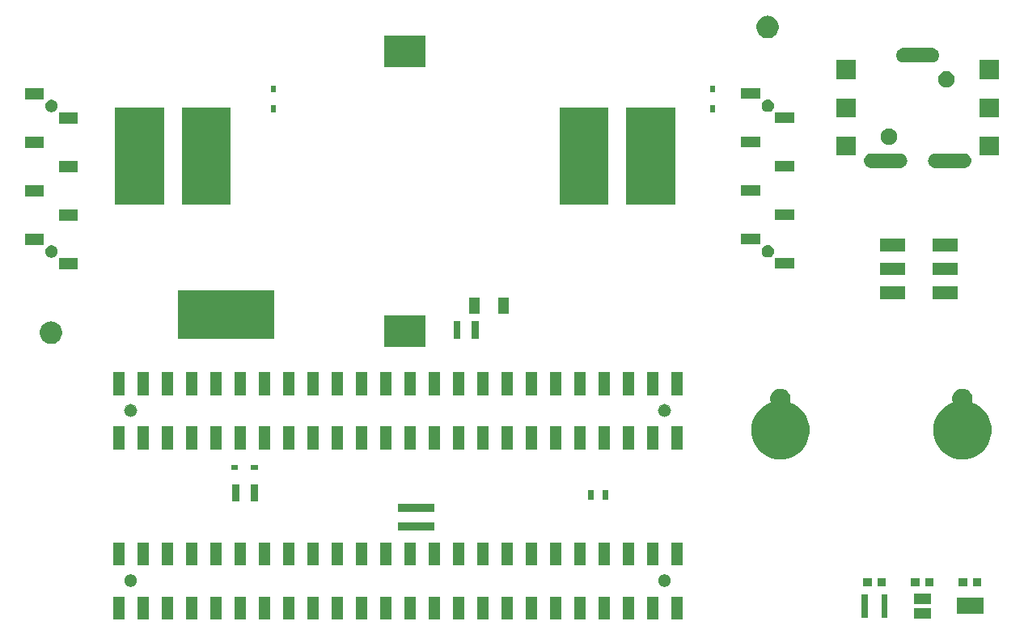
<source format=gbr>
G04 #@! TF.GenerationSoftware,KiCad,Pcbnew,(5.1.4)-1*
G04 #@! TF.CreationDate,2020-01-19T15:47:51-08:00*
G04 #@! TF.ProjectId,Light_intensity_data_logger,4c696768-745f-4696-9e74-656e73697479,rev?*
G04 #@! TF.SameCoordinates,Original*
G04 #@! TF.FileFunction,Soldermask,Top*
G04 #@! TF.FilePolarity,Negative*
%FSLAX46Y46*%
G04 Gerber Fmt 4.6, Leading zero omitted, Abs format (unit mm)*
G04 Created by KiCad (PCBNEW (5.1.4)-1) date 2020-01-19 15:47:51*
%MOMM*%
%LPD*%
G04 APERTURE LIST*
%ADD10C,0.100000*%
%ADD11C,0.010000*%
G04 APERTURE END LIST*
D10*
X85716000Y-92446000D02*
G75*
G03X85716000Y-92446000I-646000J0D01*
G01*
D11*
G36*
X99601000Y-90781000D02*
G01*
X98479000Y-90781000D01*
X98479000Y-88459000D01*
X99601000Y-88459000D01*
X99601000Y-90781000D01*
G37*
X99601000Y-90781000D02*
X98479000Y-90781000D01*
X98479000Y-88459000D01*
X99601000Y-88459000D01*
X99601000Y-90781000D01*
G36*
X102141000Y-96433000D02*
G01*
X101019000Y-96433000D01*
X101019000Y-94111000D01*
X102141000Y-94111000D01*
X102141000Y-96433000D01*
G37*
X102141000Y-96433000D02*
X101019000Y-96433000D01*
X101019000Y-94111000D01*
X102141000Y-94111000D01*
X102141000Y-96433000D01*
D10*
X141596000Y-92446000D02*
G75*
G03X141596000Y-92446000I-646000J0D01*
G01*
D11*
G36*
X97061000Y-96433000D02*
G01*
X95939000Y-96433000D01*
X95939000Y-94111000D01*
X97061000Y-94111000D01*
X97061000Y-96433000D01*
G37*
X97061000Y-96433000D02*
X95939000Y-96433000D01*
X95939000Y-94111000D01*
X97061000Y-94111000D01*
X97061000Y-96433000D01*
G36*
X97061000Y-90781000D02*
G01*
X95939000Y-90781000D01*
X95939000Y-88459000D01*
X97061000Y-88459000D01*
X97061000Y-90781000D01*
G37*
X97061000Y-90781000D02*
X95939000Y-90781000D01*
X95939000Y-88459000D01*
X97061000Y-88459000D01*
X97061000Y-90781000D01*
G36*
X84361000Y-90781000D02*
G01*
X83239000Y-90781000D01*
X83239000Y-88459000D01*
X84361000Y-88459000D01*
X84361000Y-90781000D01*
G37*
X84361000Y-90781000D02*
X83239000Y-90781000D01*
X83239000Y-88459000D01*
X84361000Y-88459000D01*
X84361000Y-90781000D01*
G36*
X91981000Y-90781000D02*
G01*
X90859000Y-90781000D01*
X90859000Y-88459000D01*
X91981000Y-88459000D01*
X91981000Y-90781000D01*
G37*
X91981000Y-90781000D02*
X90859000Y-90781000D01*
X90859000Y-88459000D01*
X91981000Y-88459000D01*
X91981000Y-90781000D01*
G36*
X89441000Y-96433000D02*
G01*
X88319000Y-96433000D01*
X88319000Y-94111000D01*
X89441000Y-94111000D01*
X89441000Y-96433000D01*
G37*
X89441000Y-96433000D02*
X88319000Y-96433000D01*
X88319000Y-94111000D01*
X89441000Y-94111000D01*
X89441000Y-96433000D01*
G36*
X84361000Y-96433000D02*
G01*
X83239000Y-96433000D01*
X83239000Y-94111000D01*
X84361000Y-94111000D01*
X84361000Y-96433000D01*
G37*
X84361000Y-96433000D02*
X83239000Y-96433000D01*
X83239000Y-94111000D01*
X84361000Y-94111000D01*
X84361000Y-96433000D01*
G36*
X86901000Y-96433000D02*
G01*
X85779000Y-96433000D01*
X85779000Y-94111000D01*
X86901000Y-94111000D01*
X86901000Y-96433000D01*
G37*
X86901000Y-96433000D02*
X85779000Y-96433000D01*
X85779000Y-94111000D01*
X86901000Y-94111000D01*
X86901000Y-96433000D01*
G36*
X89441000Y-90781000D02*
G01*
X88319000Y-90781000D01*
X88319000Y-88459000D01*
X89441000Y-88459000D01*
X89441000Y-90781000D01*
G37*
X89441000Y-90781000D02*
X88319000Y-90781000D01*
X88319000Y-88459000D01*
X89441000Y-88459000D01*
X89441000Y-90781000D01*
G36*
X102141000Y-90781000D02*
G01*
X101019000Y-90781000D01*
X101019000Y-88459000D01*
X102141000Y-88459000D01*
X102141000Y-90781000D01*
G37*
X102141000Y-90781000D02*
X101019000Y-90781000D01*
X101019000Y-88459000D01*
X102141000Y-88459000D01*
X102141000Y-90781000D01*
G36*
X104681000Y-90781000D02*
G01*
X103559000Y-90781000D01*
X103559000Y-88459000D01*
X104681000Y-88459000D01*
X104681000Y-90781000D01*
G37*
X104681000Y-90781000D02*
X103559000Y-90781000D01*
X103559000Y-88459000D01*
X104681000Y-88459000D01*
X104681000Y-90781000D01*
G36*
X94521000Y-96433000D02*
G01*
X93399000Y-96433000D01*
X93399000Y-94111000D01*
X94521000Y-94111000D01*
X94521000Y-96433000D01*
G37*
X94521000Y-96433000D02*
X93399000Y-96433000D01*
X93399000Y-94111000D01*
X94521000Y-94111000D01*
X94521000Y-96433000D01*
G36*
X104681000Y-96433000D02*
G01*
X103559000Y-96433000D01*
X103559000Y-94111000D01*
X104681000Y-94111000D01*
X104681000Y-96433000D01*
G37*
X104681000Y-96433000D02*
X103559000Y-96433000D01*
X103559000Y-94111000D01*
X104681000Y-94111000D01*
X104681000Y-96433000D01*
G36*
X86901000Y-90781000D02*
G01*
X85779000Y-90781000D01*
X85779000Y-88459000D01*
X86901000Y-88459000D01*
X86901000Y-90781000D01*
G37*
X86901000Y-90781000D02*
X85779000Y-90781000D01*
X85779000Y-88459000D01*
X86901000Y-88459000D01*
X86901000Y-90781000D01*
G36*
X94521000Y-90781000D02*
G01*
X93399000Y-90781000D01*
X93399000Y-88459000D01*
X94521000Y-88459000D01*
X94521000Y-90781000D01*
G37*
X94521000Y-90781000D02*
X93399000Y-90781000D01*
X93399000Y-88459000D01*
X94521000Y-88459000D01*
X94521000Y-90781000D01*
G36*
X99601000Y-96433000D02*
G01*
X98479000Y-96433000D01*
X98479000Y-94111000D01*
X99601000Y-94111000D01*
X99601000Y-96433000D01*
G37*
X99601000Y-96433000D02*
X98479000Y-96433000D01*
X98479000Y-94111000D01*
X99601000Y-94111000D01*
X99601000Y-96433000D01*
G36*
X91981000Y-96433000D02*
G01*
X90859000Y-96433000D01*
X90859000Y-94111000D01*
X91981000Y-94111000D01*
X91981000Y-96433000D01*
G37*
X91981000Y-96433000D02*
X90859000Y-96433000D01*
X90859000Y-94111000D01*
X91981000Y-94111000D01*
X91981000Y-96433000D01*
G36*
X109761000Y-90781000D02*
G01*
X108639000Y-90781000D01*
X108639000Y-88459000D01*
X109761000Y-88459000D01*
X109761000Y-90781000D01*
G37*
X109761000Y-90781000D02*
X108639000Y-90781000D01*
X108639000Y-88459000D01*
X109761000Y-88459000D01*
X109761000Y-90781000D01*
G36*
X114841000Y-96433000D02*
G01*
X113719000Y-96433000D01*
X113719000Y-94111000D01*
X114841000Y-94111000D01*
X114841000Y-96433000D01*
G37*
X114841000Y-96433000D02*
X113719000Y-96433000D01*
X113719000Y-94111000D01*
X114841000Y-94111000D01*
X114841000Y-96433000D01*
G36*
X109761000Y-96433000D02*
G01*
X108639000Y-96433000D01*
X108639000Y-94111000D01*
X109761000Y-94111000D01*
X109761000Y-96433000D01*
G37*
X109761000Y-96433000D02*
X108639000Y-96433000D01*
X108639000Y-94111000D01*
X109761000Y-94111000D01*
X109761000Y-96433000D01*
G36*
X112301000Y-90781000D02*
G01*
X111179000Y-90781000D01*
X111179000Y-88459000D01*
X112301000Y-88459000D01*
X112301000Y-90781000D01*
G37*
X112301000Y-90781000D02*
X111179000Y-90781000D01*
X111179000Y-88459000D01*
X112301000Y-88459000D01*
X112301000Y-90781000D01*
G36*
X114841000Y-90781000D02*
G01*
X113719000Y-90781000D01*
X113719000Y-88459000D01*
X114841000Y-88459000D01*
X114841000Y-90781000D01*
G37*
X114841000Y-90781000D02*
X113719000Y-90781000D01*
X113719000Y-88459000D01*
X114841000Y-88459000D01*
X114841000Y-90781000D01*
G36*
X119921000Y-90781000D02*
G01*
X118799000Y-90781000D01*
X118799000Y-88459000D01*
X119921000Y-88459000D01*
X119921000Y-90781000D01*
G37*
X119921000Y-90781000D02*
X118799000Y-90781000D01*
X118799000Y-88459000D01*
X119921000Y-88459000D01*
X119921000Y-90781000D01*
G36*
X112301000Y-96433000D02*
G01*
X111179000Y-96433000D01*
X111179000Y-94111000D01*
X112301000Y-94111000D01*
X112301000Y-96433000D01*
G37*
X112301000Y-96433000D02*
X111179000Y-96433000D01*
X111179000Y-94111000D01*
X112301000Y-94111000D01*
X112301000Y-96433000D01*
G36*
X117381000Y-96433000D02*
G01*
X116259000Y-96433000D01*
X116259000Y-94111000D01*
X117381000Y-94111000D01*
X117381000Y-96433000D01*
G37*
X117381000Y-96433000D02*
X116259000Y-96433000D01*
X116259000Y-94111000D01*
X117381000Y-94111000D01*
X117381000Y-96433000D01*
G36*
X107221000Y-90781000D02*
G01*
X106099000Y-90781000D01*
X106099000Y-88459000D01*
X107221000Y-88459000D01*
X107221000Y-90781000D01*
G37*
X107221000Y-90781000D02*
X106099000Y-90781000D01*
X106099000Y-88459000D01*
X107221000Y-88459000D01*
X107221000Y-90781000D01*
G36*
X107221000Y-96433000D02*
G01*
X106099000Y-96433000D01*
X106099000Y-94111000D01*
X107221000Y-94111000D01*
X107221000Y-96433000D01*
G37*
X107221000Y-96433000D02*
X106099000Y-96433000D01*
X106099000Y-94111000D01*
X107221000Y-94111000D01*
X107221000Y-96433000D01*
G36*
X117381000Y-90781000D02*
G01*
X116259000Y-90781000D01*
X116259000Y-88459000D01*
X117381000Y-88459000D01*
X117381000Y-90781000D01*
G37*
X117381000Y-90781000D02*
X116259000Y-90781000D01*
X116259000Y-88459000D01*
X117381000Y-88459000D01*
X117381000Y-90781000D01*
G36*
X132621000Y-90781000D02*
G01*
X131499000Y-90781000D01*
X131499000Y-88459000D01*
X132621000Y-88459000D01*
X132621000Y-90781000D01*
G37*
X132621000Y-90781000D02*
X131499000Y-90781000D01*
X131499000Y-88459000D01*
X132621000Y-88459000D01*
X132621000Y-90781000D01*
G36*
X132621000Y-96433000D02*
G01*
X131499000Y-96433000D01*
X131499000Y-94111000D01*
X132621000Y-94111000D01*
X132621000Y-96433000D01*
G37*
X132621000Y-96433000D02*
X131499000Y-96433000D01*
X131499000Y-94111000D01*
X132621000Y-94111000D01*
X132621000Y-96433000D01*
G36*
X137701000Y-90781000D02*
G01*
X136579000Y-90781000D01*
X136579000Y-88459000D01*
X137701000Y-88459000D01*
X137701000Y-90781000D01*
G37*
X137701000Y-90781000D02*
X136579000Y-90781000D01*
X136579000Y-88459000D01*
X137701000Y-88459000D01*
X137701000Y-90781000D01*
G36*
X135161000Y-90781000D02*
G01*
X134039000Y-90781000D01*
X134039000Y-88459000D01*
X135161000Y-88459000D01*
X135161000Y-90781000D01*
G37*
X135161000Y-90781000D02*
X134039000Y-90781000D01*
X134039000Y-88459000D01*
X135161000Y-88459000D01*
X135161000Y-90781000D01*
G36*
X127541000Y-96433000D02*
G01*
X126419000Y-96433000D01*
X126419000Y-94111000D01*
X127541000Y-94111000D01*
X127541000Y-96433000D01*
G37*
X127541000Y-96433000D02*
X126419000Y-96433000D01*
X126419000Y-94111000D01*
X127541000Y-94111000D01*
X127541000Y-96433000D01*
G36*
X127541000Y-90781000D02*
G01*
X126419000Y-90781000D01*
X126419000Y-88459000D01*
X127541000Y-88459000D01*
X127541000Y-90781000D01*
G37*
X127541000Y-90781000D02*
X126419000Y-90781000D01*
X126419000Y-88459000D01*
X127541000Y-88459000D01*
X127541000Y-90781000D01*
G36*
X135161000Y-96433000D02*
G01*
X134039000Y-96433000D01*
X134039000Y-94111000D01*
X135161000Y-94111000D01*
X135161000Y-96433000D01*
G37*
X135161000Y-96433000D02*
X134039000Y-96433000D01*
X134039000Y-94111000D01*
X135161000Y-94111000D01*
X135161000Y-96433000D01*
G36*
X140241000Y-96433000D02*
G01*
X139119000Y-96433000D01*
X139119000Y-94111000D01*
X140241000Y-94111000D01*
X140241000Y-96433000D01*
G37*
X140241000Y-96433000D02*
X139119000Y-96433000D01*
X139119000Y-94111000D01*
X140241000Y-94111000D01*
X140241000Y-96433000D01*
G36*
X140241000Y-90781000D02*
G01*
X139119000Y-90781000D01*
X139119000Y-88459000D01*
X140241000Y-88459000D01*
X140241000Y-90781000D01*
G37*
X140241000Y-90781000D02*
X139119000Y-90781000D01*
X139119000Y-88459000D01*
X140241000Y-88459000D01*
X140241000Y-90781000D01*
G36*
X125001000Y-90781000D02*
G01*
X123879000Y-90781000D01*
X123879000Y-88459000D01*
X125001000Y-88459000D01*
X125001000Y-90781000D01*
G37*
X125001000Y-90781000D02*
X123879000Y-90781000D01*
X123879000Y-88459000D01*
X125001000Y-88459000D01*
X125001000Y-90781000D01*
G36*
X125001000Y-96433000D02*
G01*
X123879000Y-96433000D01*
X123879000Y-94111000D01*
X125001000Y-94111000D01*
X125001000Y-96433000D01*
G37*
X125001000Y-96433000D02*
X123879000Y-96433000D01*
X123879000Y-94111000D01*
X125001000Y-94111000D01*
X125001000Y-96433000D01*
G36*
X119921000Y-96433000D02*
G01*
X118799000Y-96433000D01*
X118799000Y-94111000D01*
X119921000Y-94111000D01*
X119921000Y-96433000D01*
G37*
X119921000Y-96433000D02*
X118799000Y-96433000D01*
X118799000Y-94111000D01*
X119921000Y-94111000D01*
X119921000Y-96433000D01*
G36*
X122461000Y-96433000D02*
G01*
X121339000Y-96433000D01*
X121339000Y-94111000D01*
X122461000Y-94111000D01*
X122461000Y-96433000D01*
G37*
X122461000Y-96433000D02*
X121339000Y-96433000D01*
X121339000Y-94111000D01*
X122461000Y-94111000D01*
X122461000Y-96433000D01*
G36*
X130081000Y-90781000D02*
G01*
X128959000Y-90781000D01*
X128959000Y-88459000D01*
X130081000Y-88459000D01*
X130081000Y-90781000D01*
G37*
X130081000Y-90781000D02*
X128959000Y-90781000D01*
X128959000Y-88459000D01*
X130081000Y-88459000D01*
X130081000Y-90781000D01*
G36*
X137701000Y-96433000D02*
G01*
X136579000Y-96433000D01*
X136579000Y-94111000D01*
X137701000Y-94111000D01*
X137701000Y-96433000D01*
G37*
X137701000Y-96433000D02*
X136579000Y-96433000D01*
X136579000Y-94111000D01*
X137701000Y-94111000D01*
X137701000Y-96433000D01*
G36*
X142781000Y-90781000D02*
G01*
X141659000Y-90781000D01*
X141659000Y-88459000D01*
X142781000Y-88459000D01*
X142781000Y-90781000D01*
G37*
X142781000Y-90781000D02*
X141659000Y-90781000D01*
X141659000Y-88459000D01*
X142781000Y-88459000D01*
X142781000Y-90781000D01*
G36*
X142781000Y-96433000D02*
G01*
X141659000Y-96433000D01*
X141659000Y-94111000D01*
X142781000Y-94111000D01*
X142781000Y-96433000D01*
G37*
X142781000Y-96433000D02*
X141659000Y-96433000D01*
X141659000Y-94111000D01*
X142781000Y-94111000D01*
X142781000Y-96433000D01*
G36*
X122461000Y-90781000D02*
G01*
X121339000Y-90781000D01*
X121339000Y-88459000D01*
X122461000Y-88459000D01*
X122461000Y-90781000D01*
G37*
X122461000Y-90781000D02*
X121339000Y-90781000D01*
X121339000Y-88459000D01*
X122461000Y-88459000D01*
X122461000Y-90781000D01*
G36*
X130081000Y-96433000D02*
G01*
X128959000Y-96433000D01*
X128959000Y-94111000D01*
X130081000Y-94111000D01*
X130081000Y-96433000D01*
G37*
X130081000Y-96433000D02*
X128959000Y-96433000D01*
X128959000Y-94111000D01*
X130081000Y-94111000D01*
X130081000Y-96433000D01*
G36*
X142781000Y-78623000D02*
G01*
X141659000Y-78623000D01*
X141659000Y-76301000D01*
X142781000Y-76301000D01*
X142781000Y-78623000D01*
G37*
X142781000Y-78623000D02*
X141659000Y-78623000D01*
X141659000Y-76301000D01*
X142781000Y-76301000D01*
X142781000Y-78623000D01*
G36*
X142781000Y-72971000D02*
G01*
X141659000Y-72971000D01*
X141659000Y-70649000D01*
X142781000Y-70649000D01*
X142781000Y-72971000D01*
G37*
X142781000Y-72971000D02*
X141659000Y-72971000D01*
X141659000Y-70649000D01*
X142781000Y-70649000D01*
X142781000Y-72971000D01*
G36*
X140241000Y-78623000D02*
G01*
X139119000Y-78623000D01*
X139119000Y-76301000D01*
X140241000Y-76301000D01*
X140241000Y-78623000D01*
G37*
X140241000Y-78623000D02*
X139119000Y-78623000D01*
X139119000Y-76301000D01*
X140241000Y-76301000D01*
X140241000Y-78623000D01*
G36*
X140241000Y-72971000D02*
G01*
X139119000Y-72971000D01*
X139119000Y-70649000D01*
X140241000Y-70649000D01*
X140241000Y-72971000D01*
G37*
X140241000Y-72971000D02*
X139119000Y-72971000D01*
X139119000Y-70649000D01*
X140241000Y-70649000D01*
X140241000Y-72971000D01*
G36*
X137701000Y-78623000D02*
G01*
X136579000Y-78623000D01*
X136579000Y-76301000D01*
X137701000Y-76301000D01*
X137701000Y-78623000D01*
G37*
X137701000Y-78623000D02*
X136579000Y-78623000D01*
X136579000Y-76301000D01*
X137701000Y-76301000D01*
X137701000Y-78623000D01*
G36*
X137701000Y-72971000D02*
G01*
X136579000Y-72971000D01*
X136579000Y-70649000D01*
X137701000Y-70649000D01*
X137701000Y-72971000D01*
G37*
X137701000Y-72971000D02*
X136579000Y-72971000D01*
X136579000Y-70649000D01*
X137701000Y-70649000D01*
X137701000Y-72971000D01*
G36*
X135161000Y-78623000D02*
G01*
X134039000Y-78623000D01*
X134039000Y-76301000D01*
X135161000Y-76301000D01*
X135161000Y-78623000D01*
G37*
X135161000Y-78623000D02*
X134039000Y-78623000D01*
X134039000Y-76301000D01*
X135161000Y-76301000D01*
X135161000Y-78623000D01*
G36*
X135161000Y-72971000D02*
G01*
X134039000Y-72971000D01*
X134039000Y-70649000D01*
X135161000Y-70649000D01*
X135161000Y-72971000D01*
G37*
X135161000Y-72971000D02*
X134039000Y-72971000D01*
X134039000Y-70649000D01*
X135161000Y-70649000D01*
X135161000Y-72971000D01*
G36*
X132621000Y-78623000D02*
G01*
X131499000Y-78623000D01*
X131499000Y-76301000D01*
X132621000Y-76301000D01*
X132621000Y-78623000D01*
G37*
X132621000Y-78623000D02*
X131499000Y-78623000D01*
X131499000Y-76301000D01*
X132621000Y-76301000D01*
X132621000Y-78623000D01*
G36*
X132621000Y-72971000D02*
G01*
X131499000Y-72971000D01*
X131499000Y-70649000D01*
X132621000Y-70649000D01*
X132621000Y-72971000D01*
G37*
X132621000Y-72971000D02*
X131499000Y-72971000D01*
X131499000Y-70649000D01*
X132621000Y-70649000D01*
X132621000Y-72971000D01*
G36*
X130081000Y-78623000D02*
G01*
X128959000Y-78623000D01*
X128959000Y-76301000D01*
X130081000Y-76301000D01*
X130081000Y-78623000D01*
G37*
X130081000Y-78623000D02*
X128959000Y-78623000D01*
X128959000Y-76301000D01*
X130081000Y-76301000D01*
X130081000Y-78623000D01*
G36*
X130081000Y-72971000D02*
G01*
X128959000Y-72971000D01*
X128959000Y-70649000D01*
X130081000Y-70649000D01*
X130081000Y-72971000D01*
G37*
X130081000Y-72971000D02*
X128959000Y-72971000D01*
X128959000Y-70649000D01*
X130081000Y-70649000D01*
X130081000Y-72971000D01*
G36*
X127541000Y-78623000D02*
G01*
X126419000Y-78623000D01*
X126419000Y-76301000D01*
X127541000Y-76301000D01*
X127541000Y-78623000D01*
G37*
X127541000Y-78623000D02*
X126419000Y-78623000D01*
X126419000Y-76301000D01*
X127541000Y-76301000D01*
X127541000Y-78623000D01*
G36*
X127541000Y-72971000D02*
G01*
X126419000Y-72971000D01*
X126419000Y-70649000D01*
X127541000Y-70649000D01*
X127541000Y-72971000D01*
G37*
X127541000Y-72971000D02*
X126419000Y-72971000D01*
X126419000Y-70649000D01*
X127541000Y-70649000D01*
X127541000Y-72971000D01*
G36*
X125001000Y-78623000D02*
G01*
X123879000Y-78623000D01*
X123879000Y-76301000D01*
X125001000Y-76301000D01*
X125001000Y-78623000D01*
G37*
X125001000Y-78623000D02*
X123879000Y-78623000D01*
X123879000Y-76301000D01*
X125001000Y-76301000D01*
X125001000Y-78623000D01*
G36*
X125001000Y-72971000D02*
G01*
X123879000Y-72971000D01*
X123879000Y-70649000D01*
X125001000Y-70649000D01*
X125001000Y-72971000D01*
G37*
X125001000Y-72971000D02*
X123879000Y-72971000D01*
X123879000Y-70649000D01*
X125001000Y-70649000D01*
X125001000Y-72971000D01*
G36*
X122461000Y-78623000D02*
G01*
X121339000Y-78623000D01*
X121339000Y-76301000D01*
X122461000Y-76301000D01*
X122461000Y-78623000D01*
G37*
X122461000Y-78623000D02*
X121339000Y-78623000D01*
X121339000Y-76301000D01*
X122461000Y-76301000D01*
X122461000Y-78623000D01*
G36*
X122461000Y-72971000D02*
G01*
X121339000Y-72971000D01*
X121339000Y-70649000D01*
X122461000Y-70649000D01*
X122461000Y-72971000D01*
G37*
X122461000Y-72971000D02*
X121339000Y-72971000D01*
X121339000Y-70649000D01*
X122461000Y-70649000D01*
X122461000Y-72971000D01*
G36*
X119921000Y-78623000D02*
G01*
X118799000Y-78623000D01*
X118799000Y-76301000D01*
X119921000Y-76301000D01*
X119921000Y-78623000D01*
G37*
X119921000Y-78623000D02*
X118799000Y-78623000D01*
X118799000Y-76301000D01*
X119921000Y-76301000D01*
X119921000Y-78623000D01*
G36*
X119921000Y-72971000D02*
G01*
X118799000Y-72971000D01*
X118799000Y-70649000D01*
X119921000Y-70649000D01*
X119921000Y-72971000D01*
G37*
X119921000Y-72971000D02*
X118799000Y-72971000D01*
X118799000Y-70649000D01*
X119921000Y-70649000D01*
X119921000Y-72971000D01*
G36*
X117381000Y-78623000D02*
G01*
X116259000Y-78623000D01*
X116259000Y-76301000D01*
X117381000Y-76301000D01*
X117381000Y-78623000D01*
G37*
X117381000Y-78623000D02*
X116259000Y-78623000D01*
X116259000Y-76301000D01*
X117381000Y-76301000D01*
X117381000Y-78623000D01*
G36*
X117381000Y-72971000D02*
G01*
X116259000Y-72971000D01*
X116259000Y-70649000D01*
X117381000Y-70649000D01*
X117381000Y-72971000D01*
G37*
X117381000Y-72971000D02*
X116259000Y-72971000D01*
X116259000Y-70649000D01*
X117381000Y-70649000D01*
X117381000Y-72971000D01*
G36*
X114841000Y-78623000D02*
G01*
X113719000Y-78623000D01*
X113719000Y-76301000D01*
X114841000Y-76301000D01*
X114841000Y-78623000D01*
G37*
X114841000Y-78623000D02*
X113719000Y-78623000D01*
X113719000Y-76301000D01*
X114841000Y-76301000D01*
X114841000Y-78623000D01*
G36*
X114841000Y-72971000D02*
G01*
X113719000Y-72971000D01*
X113719000Y-70649000D01*
X114841000Y-70649000D01*
X114841000Y-72971000D01*
G37*
X114841000Y-72971000D02*
X113719000Y-72971000D01*
X113719000Y-70649000D01*
X114841000Y-70649000D01*
X114841000Y-72971000D01*
G36*
X112301000Y-78623000D02*
G01*
X111179000Y-78623000D01*
X111179000Y-76301000D01*
X112301000Y-76301000D01*
X112301000Y-78623000D01*
G37*
X112301000Y-78623000D02*
X111179000Y-78623000D01*
X111179000Y-76301000D01*
X112301000Y-76301000D01*
X112301000Y-78623000D01*
G36*
X112301000Y-72971000D02*
G01*
X111179000Y-72971000D01*
X111179000Y-70649000D01*
X112301000Y-70649000D01*
X112301000Y-72971000D01*
G37*
X112301000Y-72971000D02*
X111179000Y-72971000D01*
X111179000Y-70649000D01*
X112301000Y-70649000D01*
X112301000Y-72971000D01*
G36*
X109761000Y-78623000D02*
G01*
X108639000Y-78623000D01*
X108639000Y-76301000D01*
X109761000Y-76301000D01*
X109761000Y-78623000D01*
G37*
X109761000Y-78623000D02*
X108639000Y-78623000D01*
X108639000Y-76301000D01*
X109761000Y-76301000D01*
X109761000Y-78623000D01*
G36*
X109761000Y-72971000D02*
G01*
X108639000Y-72971000D01*
X108639000Y-70649000D01*
X109761000Y-70649000D01*
X109761000Y-72971000D01*
G37*
X109761000Y-72971000D02*
X108639000Y-72971000D01*
X108639000Y-70649000D01*
X109761000Y-70649000D01*
X109761000Y-72971000D01*
G36*
X107221000Y-78623000D02*
G01*
X106099000Y-78623000D01*
X106099000Y-76301000D01*
X107221000Y-76301000D01*
X107221000Y-78623000D01*
G37*
X107221000Y-78623000D02*
X106099000Y-78623000D01*
X106099000Y-76301000D01*
X107221000Y-76301000D01*
X107221000Y-78623000D01*
G36*
X107221000Y-72971000D02*
G01*
X106099000Y-72971000D01*
X106099000Y-70649000D01*
X107221000Y-70649000D01*
X107221000Y-72971000D01*
G37*
X107221000Y-72971000D02*
X106099000Y-72971000D01*
X106099000Y-70649000D01*
X107221000Y-70649000D01*
X107221000Y-72971000D01*
G36*
X104681000Y-78623000D02*
G01*
X103559000Y-78623000D01*
X103559000Y-76301000D01*
X104681000Y-76301000D01*
X104681000Y-78623000D01*
G37*
X104681000Y-78623000D02*
X103559000Y-78623000D01*
X103559000Y-76301000D01*
X104681000Y-76301000D01*
X104681000Y-78623000D01*
G36*
X104681000Y-72971000D02*
G01*
X103559000Y-72971000D01*
X103559000Y-70649000D01*
X104681000Y-70649000D01*
X104681000Y-72971000D01*
G37*
X104681000Y-72971000D02*
X103559000Y-72971000D01*
X103559000Y-70649000D01*
X104681000Y-70649000D01*
X104681000Y-72971000D01*
G36*
X102141000Y-78623000D02*
G01*
X101019000Y-78623000D01*
X101019000Y-76301000D01*
X102141000Y-76301000D01*
X102141000Y-78623000D01*
G37*
X102141000Y-78623000D02*
X101019000Y-78623000D01*
X101019000Y-76301000D01*
X102141000Y-76301000D01*
X102141000Y-78623000D01*
G36*
X102141000Y-72971000D02*
G01*
X101019000Y-72971000D01*
X101019000Y-70649000D01*
X102141000Y-70649000D01*
X102141000Y-72971000D01*
G37*
X102141000Y-72971000D02*
X101019000Y-72971000D01*
X101019000Y-70649000D01*
X102141000Y-70649000D01*
X102141000Y-72971000D01*
G36*
X99601000Y-78623000D02*
G01*
X98479000Y-78623000D01*
X98479000Y-76301000D01*
X99601000Y-76301000D01*
X99601000Y-78623000D01*
G37*
X99601000Y-78623000D02*
X98479000Y-78623000D01*
X98479000Y-76301000D01*
X99601000Y-76301000D01*
X99601000Y-78623000D01*
G36*
X99601000Y-72971000D02*
G01*
X98479000Y-72971000D01*
X98479000Y-70649000D01*
X99601000Y-70649000D01*
X99601000Y-72971000D01*
G37*
X99601000Y-72971000D02*
X98479000Y-72971000D01*
X98479000Y-70649000D01*
X99601000Y-70649000D01*
X99601000Y-72971000D01*
G36*
X97061000Y-78623000D02*
G01*
X95939000Y-78623000D01*
X95939000Y-76301000D01*
X97061000Y-76301000D01*
X97061000Y-78623000D01*
G37*
X97061000Y-78623000D02*
X95939000Y-78623000D01*
X95939000Y-76301000D01*
X97061000Y-76301000D01*
X97061000Y-78623000D01*
G36*
X97061000Y-72971000D02*
G01*
X95939000Y-72971000D01*
X95939000Y-70649000D01*
X97061000Y-70649000D01*
X97061000Y-72971000D01*
G37*
X97061000Y-72971000D02*
X95939000Y-72971000D01*
X95939000Y-70649000D01*
X97061000Y-70649000D01*
X97061000Y-72971000D01*
G36*
X94521000Y-78623000D02*
G01*
X93399000Y-78623000D01*
X93399000Y-76301000D01*
X94521000Y-76301000D01*
X94521000Y-78623000D01*
G37*
X94521000Y-78623000D02*
X93399000Y-78623000D01*
X93399000Y-76301000D01*
X94521000Y-76301000D01*
X94521000Y-78623000D01*
G36*
X94521000Y-72971000D02*
G01*
X93399000Y-72971000D01*
X93399000Y-70649000D01*
X94521000Y-70649000D01*
X94521000Y-72971000D01*
G37*
X94521000Y-72971000D02*
X93399000Y-72971000D01*
X93399000Y-70649000D01*
X94521000Y-70649000D01*
X94521000Y-72971000D01*
G36*
X91981000Y-78623000D02*
G01*
X90859000Y-78623000D01*
X90859000Y-76301000D01*
X91981000Y-76301000D01*
X91981000Y-78623000D01*
G37*
X91981000Y-78623000D02*
X90859000Y-78623000D01*
X90859000Y-76301000D01*
X91981000Y-76301000D01*
X91981000Y-78623000D01*
G36*
X91981000Y-72971000D02*
G01*
X90859000Y-72971000D01*
X90859000Y-70649000D01*
X91981000Y-70649000D01*
X91981000Y-72971000D01*
G37*
X91981000Y-72971000D02*
X90859000Y-72971000D01*
X90859000Y-70649000D01*
X91981000Y-70649000D01*
X91981000Y-72971000D01*
G36*
X89441000Y-78623000D02*
G01*
X88319000Y-78623000D01*
X88319000Y-76301000D01*
X89441000Y-76301000D01*
X89441000Y-78623000D01*
G37*
X89441000Y-78623000D02*
X88319000Y-78623000D01*
X88319000Y-76301000D01*
X89441000Y-76301000D01*
X89441000Y-78623000D01*
G36*
X89441000Y-72971000D02*
G01*
X88319000Y-72971000D01*
X88319000Y-70649000D01*
X89441000Y-70649000D01*
X89441000Y-72971000D01*
G37*
X89441000Y-72971000D02*
X88319000Y-72971000D01*
X88319000Y-70649000D01*
X89441000Y-70649000D01*
X89441000Y-72971000D01*
G36*
X86901000Y-78623000D02*
G01*
X85779000Y-78623000D01*
X85779000Y-76301000D01*
X86901000Y-76301000D01*
X86901000Y-78623000D01*
G37*
X86901000Y-78623000D02*
X85779000Y-78623000D01*
X85779000Y-76301000D01*
X86901000Y-76301000D01*
X86901000Y-78623000D01*
G36*
X86901000Y-72971000D02*
G01*
X85779000Y-72971000D01*
X85779000Y-70649000D01*
X86901000Y-70649000D01*
X86901000Y-72971000D01*
G37*
X86901000Y-72971000D02*
X85779000Y-72971000D01*
X85779000Y-70649000D01*
X86901000Y-70649000D01*
X86901000Y-72971000D01*
G36*
X84361000Y-78623000D02*
G01*
X83239000Y-78623000D01*
X83239000Y-76301000D01*
X84361000Y-76301000D01*
X84361000Y-78623000D01*
G37*
X84361000Y-78623000D02*
X83239000Y-78623000D01*
X83239000Y-76301000D01*
X84361000Y-76301000D01*
X84361000Y-78623000D01*
G36*
X84361000Y-72971000D02*
G01*
X83239000Y-72971000D01*
X83239000Y-70649000D01*
X84361000Y-70649000D01*
X84361000Y-72971000D01*
G37*
X84361000Y-72971000D02*
X83239000Y-72971000D01*
X83239000Y-70649000D01*
X84361000Y-70649000D01*
X84361000Y-72971000D01*
D10*
X85716000Y-74636000D02*
G75*
G03X85716000Y-74636000I-646000J0D01*
G01*
X141596000Y-74636000D02*
G75*
G03X141596000Y-74636000I-646000J0D01*
G01*
G36*
X168831000Y-96411000D02*
G01*
X167029000Y-96411000D01*
X167029000Y-95309000D01*
X168831000Y-95309000D01*
X168831000Y-96411000D01*
X168831000Y-96411000D01*
G37*
G36*
X164256000Y-96311000D02*
G01*
X163654000Y-96311000D01*
X163654000Y-93909000D01*
X164256000Y-93909000D01*
X164256000Y-96311000D01*
X164256000Y-96311000D01*
G37*
G36*
X162206001Y-96311000D02*
G01*
X161604001Y-96311000D01*
X161604001Y-93909000D01*
X162206001Y-93909000D01*
X162206001Y-96311000D01*
X162206001Y-96311000D01*
G37*
G36*
X174331000Y-95946000D02*
G01*
X171529000Y-95946000D01*
X171529000Y-94194000D01*
X174331000Y-94194000D01*
X174331000Y-95946000D01*
X174331000Y-95946000D01*
G37*
G36*
X168831000Y-94911000D02*
G01*
X167029000Y-94911000D01*
X167029000Y-93809000D01*
X168831000Y-93809000D01*
X168831000Y-94911000D01*
X168831000Y-94911000D01*
G37*
G36*
X85258431Y-91824825D02*
G01*
X85375995Y-91873521D01*
X85481801Y-91944219D01*
X85571781Y-92034199D01*
X85642479Y-92140005D01*
X85691175Y-92257569D01*
X85716000Y-92382373D01*
X85716000Y-92509627D01*
X85691175Y-92634431D01*
X85642479Y-92751995D01*
X85571781Y-92857801D01*
X85481801Y-92947781D01*
X85375995Y-93018479D01*
X85258431Y-93067175D01*
X85133627Y-93092000D01*
X85006373Y-93092000D01*
X84881569Y-93067175D01*
X84764005Y-93018479D01*
X84658199Y-92947781D01*
X84568219Y-92857801D01*
X84497521Y-92751995D01*
X84448825Y-92634431D01*
X84424000Y-92509627D01*
X84424000Y-92382373D01*
X84448825Y-92257569D01*
X84497521Y-92140005D01*
X84568219Y-92034199D01*
X84658199Y-91944219D01*
X84764005Y-91873521D01*
X84881569Y-91824825D01*
X85006373Y-91800000D01*
X85133627Y-91800000D01*
X85258431Y-91824825D01*
X85258431Y-91824825D01*
G37*
G36*
X141138431Y-91824825D02*
G01*
X141255995Y-91873521D01*
X141361801Y-91944219D01*
X141451781Y-92034199D01*
X141522479Y-92140005D01*
X141571175Y-92257569D01*
X141596000Y-92382373D01*
X141596000Y-92509627D01*
X141571175Y-92634431D01*
X141522479Y-92751995D01*
X141451781Y-92857801D01*
X141361801Y-92947781D01*
X141255995Y-93018479D01*
X141138431Y-93067175D01*
X141013627Y-93092000D01*
X140886373Y-93092000D01*
X140761569Y-93067175D01*
X140644005Y-93018479D01*
X140538199Y-92947781D01*
X140448219Y-92857801D01*
X140377521Y-92751995D01*
X140328825Y-92634431D01*
X140304000Y-92509627D01*
X140304000Y-92382373D01*
X140328825Y-92257569D01*
X140377521Y-92140005D01*
X140448219Y-92034199D01*
X140538199Y-91944219D01*
X140644005Y-91873521D01*
X140761569Y-91824825D01*
X140886373Y-91800000D01*
X141013627Y-91800000D01*
X141138431Y-91824825D01*
X141138431Y-91824825D01*
G37*
G36*
X169131000Y-93036000D02*
G01*
X168229000Y-93036000D01*
X168229000Y-92184000D01*
X169131000Y-92184000D01*
X169131000Y-93036000D01*
X169131000Y-93036000D01*
G37*
G36*
X167631000Y-93036000D02*
G01*
X166729000Y-93036000D01*
X166729000Y-92184000D01*
X167631000Y-92184000D01*
X167631000Y-93036000D01*
X167631000Y-93036000D01*
G37*
G36*
X172631000Y-93036000D02*
G01*
X171729000Y-93036000D01*
X171729000Y-92184000D01*
X172631000Y-92184000D01*
X172631000Y-93036000D01*
X172631000Y-93036000D01*
G37*
G36*
X174131000Y-93036000D02*
G01*
X173229000Y-93036000D01*
X173229000Y-92184000D01*
X174131000Y-92184000D01*
X174131000Y-93036000D01*
X174131000Y-93036000D01*
G37*
G36*
X162631000Y-93016000D02*
G01*
X161729000Y-93016000D01*
X161729000Y-92164000D01*
X162631000Y-92164000D01*
X162631000Y-93016000D01*
X162631000Y-93016000D01*
G37*
G36*
X164131000Y-93016000D02*
G01*
X163229000Y-93016000D01*
X163229000Y-92164000D01*
X164131000Y-92164000D01*
X164131000Y-93016000D01*
X164131000Y-93016000D01*
G37*
G36*
X116882599Y-87169100D02*
G01*
X113077398Y-87169100D01*
X113077398Y-86381300D01*
X116882599Y-86381300D01*
X116882599Y-87169100D01*
X116882599Y-87169100D01*
G37*
G36*
X116882602Y-85238700D02*
G01*
X113077401Y-85238700D01*
X113077401Y-84450900D01*
X116882602Y-84450900D01*
X116882602Y-85238700D01*
X116882602Y-85238700D01*
G37*
G36*
X96466000Y-84181000D02*
G01*
X95714000Y-84181000D01*
X95714000Y-82379000D01*
X96466000Y-82379000D01*
X96466000Y-84181000D01*
X96466000Y-84181000D01*
G37*
G36*
X98366000Y-84181000D02*
G01*
X97614000Y-84181000D01*
X97614000Y-82379000D01*
X98366000Y-82379000D01*
X98366000Y-84181000D01*
X98366000Y-84181000D01*
G37*
G36*
X133571000Y-83951000D02*
G01*
X132969000Y-83951000D01*
X132969000Y-82949000D01*
X133571000Y-82949000D01*
X133571000Y-83951000D01*
X133571000Y-83951000D01*
G37*
G36*
X135071000Y-83951000D02*
G01*
X134469000Y-83951000D01*
X134469000Y-82949000D01*
X135071000Y-82949000D01*
X135071000Y-83951000D01*
X135071000Y-83951000D01*
G37*
G36*
X98371000Y-80876000D02*
G01*
X97669000Y-80876000D01*
X97669000Y-80324000D01*
X98371000Y-80324000D01*
X98371000Y-80876000D01*
X98371000Y-80876000D01*
G37*
G36*
X96271000Y-80876000D02*
G01*
X95569000Y-80876000D01*
X95569000Y-80324000D01*
X96271000Y-80324000D01*
X96271000Y-80876000D01*
X96271000Y-80876000D01*
G37*
G36*
X153376564Y-72389389D02*
G01*
X153567833Y-72468615D01*
X153567835Y-72468616D01*
X153739973Y-72583635D01*
X153886365Y-72730027D01*
X154001385Y-72902167D01*
X154080611Y-73093436D01*
X154121000Y-73296484D01*
X154121000Y-73503516D01*
X154080471Y-73707269D01*
X154078069Y-73731655D01*
X154080471Y-73756041D01*
X154087584Y-73779490D01*
X154099135Y-73801101D01*
X154114680Y-73820043D01*
X154133622Y-73835588D01*
X154155233Y-73847139D01*
X154515189Y-73996238D01*
X154515190Y-73996239D01*
X155014899Y-74330134D01*
X155439866Y-74755101D01*
X155439867Y-74755103D01*
X155773762Y-75254811D01*
X156003752Y-75810057D01*
X156121000Y-76399501D01*
X156121000Y-77000499D01*
X156003752Y-77589943D01*
X155773762Y-78145189D01*
X155773761Y-78145190D01*
X155439866Y-78644899D01*
X155014899Y-79069866D01*
X154763347Y-79237948D01*
X154515189Y-79403762D01*
X153959943Y-79633752D01*
X153370499Y-79751000D01*
X152769501Y-79751000D01*
X152180057Y-79633752D01*
X151624811Y-79403762D01*
X151376653Y-79237948D01*
X151125101Y-79069866D01*
X150700134Y-78644899D01*
X150366239Y-78145190D01*
X150366238Y-78145189D01*
X150136248Y-77589943D01*
X150019000Y-77000499D01*
X150019000Y-76399501D01*
X150136248Y-75810057D01*
X150366238Y-75254811D01*
X150700133Y-74755103D01*
X150700134Y-74755101D01*
X151125101Y-74330134D01*
X151624810Y-73996239D01*
X151624811Y-73996238D01*
X151984767Y-73847139D01*
X152006378Y-73835588D01*
X152025320Y-73820043D01*
X152040865Y-73801101D01*
X152052416Y-73779490D01*
X152059529Y-73756041D01*
X152061931Y-73731655D01*
X152059529Y-73707269D01*
X152019000Y-73503516D01*
X152019000Y-73296484D01*
X152059389Y-73093436D01*
X152138615Y-72902167D01*
X152253635Y-72730027D01*
X152400027Y-72583635D01*
X152572165Y-72468616D01*
X152572167Y-72468615D01*
X152763436Y-72389389D01*
X152966484Y-72349000D01*
X153173516Y-72349000D01*
X153376564Y-72389389D01*
X153376564Y-72389389D01*
G37*
G36*
X172426564Y-72389389D02*
G01*
X172617833Y-72468615D01*
X172617835Y-72468616D01*
X172789973Y-72583635D01*
X172936365Y-72730027D01*
X173051385Y-72902167D01*
X173130611Y-73093436D01*
X173171000Y-73296484D01*
X173171000Y-73503516D01*
X173130471Y-73707269D01*
X173128069Y-73731655D01*
X173130471Y-73756041D01*
X173137584Y-73779490D01*
X173149135Y-73801101D01*
X173164680Y-73820043D01*
X173183622Y-73835588D01*
X173205233Y-73847139D01*
X173565189Y-73996238D01*
X173565190Y-73996239D01*
X174064899Y-74330134D01*
X174489866Y-74755101D01*
X174489867Y-74755103D01*
X174823762Y-75254811D01*
X175053752Y-75810057D01*
X175171000Y-76399501D01*
X175171000Y-77000499D01*
X175053752Y-77589943D01*
X174823762Y-78145189D01*
X174823761Y-78145190D01*
X174489866Y-78644899D01*
X174064899Y-79069866D01*
X173813347Y-79237948D01*
X173565189Y-79403762D01*
X173009943Y-79633752D01*
X172420499Y-79751000D01*
X171819501Y-79751000D01*
X171230057Y-79633752D01*
X170674811Y-79403762D01*
X170426653Y-79237948D01*
X170175101Y-79069866D01*
X169750134Y-78644899D01*
X169416239Y-78145190D01*
X169416238Y-78145189D01*
X169186248Y-77589943D01*
X169069000Y-77000499D01*
X169069000Y-76399501D01*
X169186248Y-75810057D01*
X169416238Y-75254811D01*
X169750133Y-74755103D01*
X169750134Y-74755101D01*
X170175101Y-74330134D01*
X170674810Y-73996239D01*
X170674811Y-73996238D01*
X171034767Y-73847139D01*
X171056378Y-73835588D01*
X171075320Y-73820043D01*
X171090865Y-73801101D01*
X171102416Y-73779490D01*
X171109529Y-73756041D01*
X171111931Y-73731655D01*
X171109529Y-73707269D01*
X171069000Y-73503516D01*
X171069000Y-73296484D01*
X171109389Y-73093436D01*
X171188615Y-72902167D01*
X171303635Y-72730027D01*
X171450027Y-72583635D01*
X171622165Y-72468616D01*
X171622167Y-72468615D01*
X171813436Y-72389389D01*
X172016484Y-72349000D01*
X172223516Y-72349000D01*
X172426564Y-72389389D01*
X172426564Y-72389389D01*
G37*
G36*
X85258431Y-74014825D02*
G01*
X85375995Y-74063521D01*
X85481801Y-74134219D01*
X85571781Y-74224199D01*
X85642479Y-74330005D01*
X85691175Y-74447569D01*
X85716000Y-74572373D01*
X85716000Y-74699627D01*
X85691175Y-74824431D01*
X85642479Y-74941995D01*
X85571781Y-75047801D01*
X85481801Y-75137781D01*
X85375995Y-75208479D01*
X85258431Y-75257175D01*
X85133627Y-75282000D01*
X85006373Y-75282000D01*
X84881569Y-75257175D01*
X84764005Y-75208479D01*
X84658199Y-75137781D01*
X84568219Y-75047801D01*
X84497521Y-74941995D01*
X84448825Y-74824431D01*
X84424000Y-74699627D01*
X84424000Y-74572373D01*
X84448825Y-74447569D01*
X84497521Y-74330005D01*
X84568219Y-74224199D01*
X84658199Y-74134219D01*
X84764005Y-74063521D01*
X84881569Y-74014825D01*
X85006373Y-73990000D01*
X85133627Y-73990000D01*
X85258431Y-74014825D01*
X85258431Y-74014825D01*
G37*
G36*
X141138431Y-74014825D02*
G01*
X141255995Y-74063521D01*
X141361801Y-74134219D01*
X141451781Y-74224199D01*
X141522479Y-74330005D01*
X141571175Y-74447569D01*
X141596000Y-74572373D01*
X141596000Y-74699627D01*
X141571175Y-74824431D01*
X141522479Y-74941995D01*
X141451781Y-75047801D01*
X141361801Y-75137781D01*
X141255995Y-75208479D01*
X141138431Y-75257175D01*
X141013627Y-75282000D01*
X140886373Y-75282000D01*
X140761569Y-75257175D01*
X140644005Y-75208479D01*
X140538199Y-75137781D01*
X140448219Y-75047801D01*
X140377521Y-74941995D01*
X140328825Y-74824431D01*
X140304000Y-74699627D01*
X140304000Y-74572373D01*
X140328825Y-74447569D01*
X140377521Y-74330005D01*
X140448219Y-74224199D01*
X140538199Y-74134219D01*
X140644005Y-74063521D01*
X140761569Y-74014825D01*
X140886373Y-73990000D01*
X141013627Y-73990000D01*
X141138431Y-74014825D01*
X141138431Y-74014825D01*
G37*
G36*
X115931000Y-68021000D02*
G01*
X111629000Y-68021000D01*
X111629000Y-64719000D01*
X115931000Y-64719000D01*
X115931000Y-68021000D01*
X115931000Y-68021000D01*
G37*
G36*
X76931980Y-65328824D02*
G01*
X77083447Y-65358953D01*
X77297465Y-65447602D01*
X77297466Y-65447603D01*
X77490074Y-65576299D01*
X77653881Y-65740106D01*
X77739678Y-65868511D01*
X77782578Y-65932715D01*
X77871227Y-66146733D01*
X77916420Y-66373934D01*
X77916420Y-66605586D01*
X77871227Y-66832787D01*
X77782578Y-67046805D01*
X77782577Y-67046806D01*
X77653881Y-67239414D01*
X77490074Y-67403221D01*
X77361669Y-67489018D01*
X77297465Y-67531918D01*
X77083447Y-67620567D01*
X76931980Y-67650696D01*
X76856247Y-67665760D01*
X76624593Y-67665760D01*
X76548860Y-67650696D01*
X76397393Y-67620567D01*
X76183375Y-67531918D01*
X76119171Y-67489018D01*
X75990766Y-67403221D01*
X75826959Y-67239414D01*
X75698263Y-67046806D01*
X75698262Y-67046805D01*
X75609613Y-66832787D01*
X75564420Y-66605586D01*
X75564420Y-66373934D01*
X75609613Y-66146733D01*
X75698262Y-65932715D01*
X75741162Y-65868511D01*
X75826959Y-65740106D01*
X75990766Y-65576299D01*
X76183374Y-65447603D01*
X76183375Y-65447602D01*
X76397393Y-65358953D01*
X76548860Y-65328824D01*
X76624593Y-65313760D01*
X76856247Y-65313760D01*
X76931980Y-65328824D01*
X76931980Y-65328824D01*
G37*
G36*
X100111000Y-67141000D02*
G01*
X90009000Y-67141000D01*
X90009000Y-62039000D01*
X100111000Y-62039000D01*
X100111000Y-67141000D01*
X100111000Y-67141000D01*
G37*
G36*
X121506000Y-67111000D02*
G01*
X120754000Y-67111000D01*
X120754000Y-65309000D01*
X121506000Y-65309000D01*
X121506000Y-67111000D01*
X121506000Y-67111000D01*
G37*
G36*
X119606000Y-67111000D02*
G01*
X118854000Y-67111000D01*
X118854000Y-65309000D01*
X119606000Y-65309000D01*
X119606000Y-67111000D01*
X119606000Y-67111000D01*
G37*
G36*
X121611000Y-64481000D02*
G01*
X120509000Y-64481000D01*
X120509000Y-62779000D01*
X121611000Y-62779000D01*
X121611000Y-64481000D01*
X121611000Y-64481000D01*
G37*
G36*
X124611000Y-64481000D02*
G01*
X123509000Y-64481000D01*
X123509000Y-62779000D01*
X124611000Y-62779000D01*
X124611000Y-64481000D01*
X124611000Y-64481000D01*
G37*
G36*
X171621000Y-62961000D02*
G01*
X169019000Y-62961000D01*
X169019000Y-61659000D01*
X171621000Y-61659000D01*
X171621000Y-62961000D01*
X171621000Y-62961000D01*
G37*
G36*
X166121000Y-62961000D02*
G01*
X163519000Y-62961000D01*
X163519000Y-61659000D01*
X166121000Y-61659000D01*
X166121000Y-62961000D01*
X166121000Y-62961000D01*
G37*
G36*
X166121000Y-60461000D02*
G01*
X163519000Y-60461000D01*
X163519000Y-59159000D01*
X166121000Y-59159000D01*
X166121000Y-60461000D01*
X166121000Y-60461000D01*
G37*
G36*
X171621000Y-60461000D02*
G01*
X169019000Y-60461000D01*
X169019000Y-59159000D01*
X171621000Y-59159000D01*
X171621000Y-60461000D01*
X171621000Y-60461000D01*
G37*
G36*
X79562040Y-59826460D02*
G01*
X77555040Y-59826460D01*
X77555040Y-58708460D01*
X79562040Y-58708460D01*
X79562040Y-59826460D01*
X79562040Y-59826460D01*
G37*
G36*
X154542040Y-59806460D02*
G01*
X152535040Y-59806460D01*
X152535040Y-58688460D01*
X154542040Y-58688460D01*
X154542040Y-59806460D01*
X154542040Y-59806460D01*
G37*
G36*
X76968431Y-57378825D02*
G01*
X77085995Y-57427521D01*
X77191801Y-57498219D01*
X77281781Y-57588199D01*
X77352479Y-57694005D01*
X77401175Y-57811569D01*
X77426000Y-57936373D01*
X77426000Y-58063627D01*
X77401175Y-58188431D01*
X77352479Y-58305995D01*
X77281781Y-58411801D01*
X77191801Y-58501781D01*
X77085995Y-58572479D01*
X76968431Y-58621175D01*
X76843627Y-58646000D01*
X76716373Y-58646000D01*
X76591569Y-58621175D01*
X76474005Y-58572479D01*
X76368199Y-58501781D01*
X76278219Y-58411801D01*
X76207521Y-58305995D01*
X76158825Y-58188431D01*
X76134000Y-58063627D01*
X76134000Y-57936373D01*
X76158825Y-57811569D01*
X76207521Y-57694005D01*
X76278219Y-57588199D01*
X76368199Y-57498219D01*
X76474005Y-57427521D01*
X76591569Y-57378825D01*
X76716373Y-57354000D01*
X76843627Y-57354000D01*
X76968431Y-57378825D01*
X76968431Y-57378825D01*
G37*
G36*
X151948431Y-57358825D02*
G01*
X152065995Y-57407521D01*
X152171801Y-57478219D01*
X152261781Y-57568199D01*
X152332479Y-57674005D01*
X152381175Y-57791569D01*
X152406000Y-57916373D01*
X152406000Y-58043627D01*
X152381175Y-58168431D01*
X152332479Y-58285995D01*
X152261781Y-58391801D01*
X152171801Y-58481781D01*
X152065995Y-58552479D01*
X151948431Y-58601175D01*
X151823627Y-58626000D01*
X151696373Y-58626000D01*
X151571569Y-58601175D01*
X151454005Y-58552479D01*
X151348199Y-58481781D01*
X151258219Y-58391801D01*
X151187521Y-58285995D01*
X151138825Y-58168431D01*
X151114000Y-58043627D01*
X151114000Y-57916373D01*
X151138825Y-57791569D01*
X151187521Y-57674005D01*
X151258219Y-57568199D01*
X151348199Y-57478219D01*
X151454005Y-57407521D01*
X151571569Y-57358825D01*
X151696373Y-57334000D01*
X151823627Y-57334000D01*
X151948431Y-57358825D01*
X151948431Y-57358825D01*
G37*
G36*
X166121000Y-57961000D02*
G01*
X163519000Y-57961000D01*
X163519000Y-56659000D01*
X166121000Y-56659000D01*
X166121000Y-57961000D01*
X166121000Y-57961000D01*
G37*
G36*
X171621000Y-57961000D02*
G01*
X169019000Y-57961000D01*
X169019000Y-56659000D01*
X171621000Y-56659000D01*
X171621000Y-57961000D01*
X171621000Y-57961000D01*
G37*
G36*
X76006040Y-57286460D02*
G01*
X73999040Y-57286460D01*
X73999040Y-56168460D01*
X76006040Y-56168460D01*
X76006040Y-57286460D01*
X76006040Y-57286460D01*
G37*
G36*
X150986040Y-57266460D02*
G01*
X148979040Y-57266460D01*
X148979040Y-56148460D01*
X150986040Y-56148460D01*
X150986040Y-57266460D01*
X150986040Y-57266460D01*
G37*
G36*
X79562040Y-54746460D02*
G01*
X77555040Y-54746460D01*
X77555040Y-53628460D01*
X79562040Y-53628460D01*
X79562040Y-54746460D01*
X79562040Y-54746460D01*
G37*
G36*
X154542040Y-54726460D02*
G01*
X152535040Y-54726460D01*
X152535040Y-53608460D01*
X154542040Y-53608460D01*
X154542040Y-54726460D01*
X154542040Y-54726460D01*
G37*
G36*
X88551000Y-53051000D02*
G01*
X83449000Y-53051000D01*
X83449000Y-42949000D01*
X88551000Y-42949000D01*
X88551000Y-53051000D01*
X88551000Y-53051000D01*
G37*
G36*
X95551000Y-53051000D02*
G01*
X90449000Y-53051000D01*
X90449000Y-42949000D01*
X95551000Y-42949000D01*
X95551000Y-53051000D01*
X95551000Y-53051000D01*
G37*
G36*
X135051000Y-53051000D02*
G01*
X129949000Y-53051000D01*
X129949000Y-42949000D01*
X135051000Y-42949000D01*
X135051000Y-53051000D01*
X135051000Y-53051000D01*
G37*
G36*
X142051000Y-53051000D02*
G01*
X136949000Y-53051000D01*
X136949000Y-42949000D01*
X142051000Y-42949000D01*
X142051000Y-53051000D01*
X142051000Y-53051000D01*
G37*
G36*
X76006040Y-52206460D02*
G01*
X73999040Y-52206460D01*
X73999040Y-51088460D01*
X76006040Y-51088460D01*
X76006040Y-52206460D01*
X76006040Y-52206460D01*
G37*
G36*
X150986040Y-52186460D02*
G01*
X148979040Y-52186460D01*
X148979040Y-51068460D01*
X150986040Y-51068460D01*
X150986040Y-52186460D01*
X150986040Y-52186460D01*
G37*
G36*
X79562040Y-49666460D02*
G01*
X77555040Y-49666460D01*
X77555040Y-48548460D01*
X79562040Y-48548460D01*
X79562040Y-49666460D01*
X79562040Y-49666460D01*
G37*
G36*
X154542040Y-49646460D02*
G01*
X152535040Y-49646460D01*
X152535040Y-48528460D01*
X154542040Y-48528460D01*
X154542040Y-49646460D01*
X154542040Y-49646460D01*
G37*
G36*
X172427121Y-47720228D02*
G01*
X172573402Y-47764602D01*
X172708204Y-47836655D01*
X172826369Y-47933631D01*
X172923345Y-48051796D01*
X172995398Y-48186598D01*
X173039772Y-48332879D01*
X173054754Y-48485000D01*
X173039772Y-48637121D01*
X172995398Y-48783402D01*
X172923345Y-48918204D01*
X172826369Y-49036369D01*
X172708204Y-49133345D01*
X172573402Y-49205398D01*
X172427121Y-49249772D01*
X172313118Y-49261000D01*
X169286882Y-49261000D01*
X169172879Y-49249772D01*
X169026598Y-49205398D01*
X168891796Y-49133345D01*
X168773631Y-49036369D01*
X168676655Y-48918204D01*
X168604602Y-48783402D01*
X168560228Y-48637121D01*
X168545246Y-48485000D01*
X168560228Y-48332879D01*
X168604602Y-48186598D01*
X168676655Y-48051796D01*
X168773631Y-47933631D01*
X168891796Y-47836655D01*
X169026598Y-47764602D01*
X169172879Y-47720228D01*
X169286882Y-47709000D01*
X172313118Y-47709000D01*
X172427121Y-47720228D01*
X172427121Y-47720228D01*
G37*
G36*
X165727121Y-47720228D02*
G01*
X165873402Y-47764602D01*
X166008204Y-47836655D01*
X166126369Y-47933631D01*
X166223345Y-48051796D01*
X166295398Y-48186598D01*
X166339772Y-48332879D01*
X166354754Y-48485000D01*
X166339772Y-48637121D01*
X166295398Y-48783402D01*
X166223345Y-48918204D01*
X166126369Y-49036369D01*
X166008204Y-49133345D01*
X165873402Y-49205398D01*
X165727121Y-49249772D01*
X165613118Y-49261000D01*
X162586882Y-49261000D01*
X162472879Y-49249772D01*
X162326598Y-49205398D01*
X162191796Y-49133345D01*
X162073631Y-49036369D01*
X161976655Y-48918204D01*
X161904602Y-48783402D01*
X161860228Y-48637121D01*
X161845246Y-48485000D01*
X161860228Y-48332879D01*
X161904602Y-48186598D01*
X161976655Y-48051796D01*
X162073631Y-47933631D01*
X162191796Y-47836655D01*
X162326598Y-47764602D01*
X162472879Y-47720228D01*
X162586882Y-47709000D01*
X165613118Y-47709000D01*
X165727121Y-47720228D01*
X165727121Y-47720228D01*
G37*
G36*
X161001000Y-47961000D02*
G01*
X158899000Y-47961000D01*
X158899000Y-45959000D01*
X161001000Y-45959000D01*
X161001000Y-47961000D01*
X161001000Y-47961000D01*
G37*
G36*
X176001000Y-47961000D02*
G01*
X173899000Y-47961000D01*
X173899000Y-45959000D01*
X176001000Y-45959000D01*
X176001000Y-47961000D01*
X176001000Y-47961000D01*
G37*
G36*
X76006040Y-47126460D02*
G01*
X73999040Y-47126460D01*
X73999040Y-46008460D01*
X76006040Y-46008460D01*
X76006040Y-47126460D01*
X76006040Y-47126460D01*
G37*
G36*
X150986040Y-47106460D02*
G01*
X148979040Y-47106460D01*
X148979040Y-45988460D01*
X150986040Y-45988460D01*
X150986040Y-47106460D01*
X150986040Y-47106460D01*
G37*
G36*
X164698228Y-45141703D02*
G01*
X164853100Y-45205853D01*
X164992481Y-45298985D01*
X165111015Y-45417519D01*
X165204147Y-45556900D01*
X165268297Y-45711772D01*
X165301000Y-45876184D01*
X165301000Y-46043816D01*
X165268297Y-46208228D01*
X165204147Y-46363100D01*
X165111015Y-46502481D01*
X164992481Y-46621015D01*
X164853100Y-46714147D01*
X164698228Y-46778297D01*
X164533816Y-46811000D01*
X164366184Y-46811000D01*
X164201772Y-46778297D01*
X164046900Y-46714147D01*
X163907519Y-46621015D01*
X163788985Y-46502481D01*
X163695853Y-46363100D01*
X163631703Y-46208228D01*
X163599000Y-46043816D01*
X163599000Y-45876184D01*
X163631703Y-45711772D01*
X163695853Y-45556900D01*
X163788985Y-45417519D01*
X163907519Y-45298985D01*
X164046900Y-45205853D01*
X164201772Y-45141703D01*
X164366184Y-45109000D01*
X164533816Y-45109000D01*
X164698228Y-45141703D01*
X164698228Y-45141703D01*
G37*
G36*
X79562040Y-44586460D02*
G01*
X77555040Y-44586460D01*
X77555040Y-43468460D01*
X79562040Y-43468460D01*
X79562040Y-44586460D01*
X79562040Y-44586460D01*
G37*
G36*
X154542040Y-44566460D02*
G01*
X152535040Y-44566460D01*
X152535040Y-43448460D01*
X154542040Y-43448460D01*
X154542040Y-44566460D01*
X154542040Y-44566460D01*
G37*
G36*
X176001000Y-43961000D02*
G01*
X173899000Y-43961000D01*
X173899000Y-41959000D01*
X176001000Y-41959000D01*
X176001000Y-43961000D01*
X176001000Y-43961000D01*
G37*
G36*
X161001000Y-43961000D02*
G01*
X158899000Y-43961000D01*
X158899000Y-41959000D01*
X161001000Y-41959000D01*
X161001000Y-43961000D01*
X161001000Y-43961000D01*
G37*
G36*
X76968431Y-42138825D02*
G01*
X77085995Y-42187521D01*
X77191801Y-42258219D01*
X77281781Y-42348199D01*
X77352479Y-42454005D01*
X77401175Y-42571569D01*
X77426000Y-42696373D01*
X77426000Y-42823627D01*
X77401175Y-42948431D01*
X77352479Y-43065995D01*
X77281781Y-43171801D01*
X77191801Y-43261781D01*
X77085995Y-43332479D01*
X76968431Y-43381175D01*
X76843627Y-43406000D01*
X76716373Y-43406000D01*
X76591569Y-43381175D01*
X76474005Y-43332479D01*
X76368199Y-43261781D01*
X76278219Y-43171801D01*
X76207521Y-43065995D01*
X76158825Y-42948431D01*
X76134000Y-42823627D01*
X76134000Y-42696373D01*
X76158825Y-42571569D01*
X76207521Y-42454005D01*
X76278219Y-42348199D01*
X76368199Y-42258219D01*
X76474005Y-42187521D01*
X76591569Y-42138825D01*
X76716373Y-42114000D01*
X76843627Y-42114000D01*
X76968431Y-42138825D01*
X76968431Y-42138825D01*
G37*
G36*
X100276000Y-43401000D02*
G01*
X99724000Y-43401000D01*
X99724000Y-42699000D01*
X100276000Y-42699000D01*
X100276000Y-43401000D01*
X100276000Y-43401000D01*
G37*
G36*
X146276000Y-43401000D02*
G01*
X145724000Y-43401000D01*
X145724000Y-42699000D01*
X146276000Y-42699000D01*
X146276000Y-43401000D01*
X146276000Y-43401000D01*
G37*
G36*
X151948431Y-42118825D02*
G01*
X152065995Y-42167521D01*
X152171801Y-42238219D01*
X152261781Y-42328199D01*
X152332479Y-42434005D01*
X152381175Y-42551569D01*
X152406000Y-42676373D01*
X152406000Y-42803627D01*
X152381175Y-42928431D01*
X152332479Y-43045995D01*
X152261781Y-43151801D01*
X152171801Y-43241781D01*
X152065995Y-43312479D01*
X151948431Y-43361175D01*
X151823627Y-43386000D01*
X151696373Y-43386000D01*
X151571569Y-43361175D01*
X151454005Y-43312479D01*
X151348199Y-43241781D01*
X151258219Y-43151801D01*
X151187521Y-43045995D01*
X151138825Y-42928431D01*
X151114000Y-42803627D01*
X151114000Y-42676373D01*
X151138825Y-42551569D01*
X151187521Y-42434005D01*
X151258219Y-42328199D01*
X151348199Y-42238219D01*
X151454005Y-42167521D01*
X151571569Y-42118825D01*
X151696373Y-42094000D01*
X151823627Y-42094000D01*
X151948431Y-42118825D01*
X151948431Y-42118825D01*
G37*
G36*
X76006040Y-42046460D02*
G01*
X73999040Y-42046460D01*
X73999040Y-40928460D01*
X76006040Y-40928460D01*
X76006040Y-42046460D01*
X76006040Y-42046460D01*
G37*
G36*
X150986040Y-42026460D02*
G01*
X148979040Y-42026460D01*
X148979040Y-40908460D01*
X150986040Y-40908460D01*
X150986040Y-42026460D01*
X150986040Y-42026460D01*
G37*
G36*
X146276000Y-41301000D02*
G01*
X145724000Y-41301000D01*
X145724000Y-40599000D01*
X146276000Y-40599000D01*
X146276000Y-41301000D01*
X146276000Y-41301000D01*
G37*
G36*
X100276000Y-41301000D02*
G01*
X99724000Y-41301000D01*
X99724000Y-40599000D01*
X100276000Y-40599000D01*
X100276000Y-41301000D01*
X100276000Y-41301000D01*
G37*
G36*
X170698228Y-39141703D02*
G01*
X170853100Y-39205853D01*
X170992481Y-39298985D01*
X171111015Y-39417519D01*
X171204147Y-39556900D01*
X171268297Y-39711772D01*
X171301000Y-39876184D01*
X171301000Y-40043816D01*
X171268297Y-40208228D01*
X171204147Y-40363100D01*
X171111015Y-40502481D01*
X170992481Y-40621015D01*
X170853100Y-40714147D01*
X170698228Y-40778297D01*
X170533816Y-40811000D01*
X170366184Y-40811000D01*
X170201772Y-40778297D01*
X170046900Y-40714147D01*
X169907519Y-40621015D01*
X169788985Y-40502481D01*
X169695853Y-40363100D01*
X169631703Y-40208228D01*
X169599000Y-40043816D01*
X169599000Y-39876184D01*
X169631703Y-39711772D01*
X169695853Y-39556900D01*
X169788985Y-39417519D01*
X169907519Y-39298985D01*
X170046900Y-39205853D01*
X170201772Y-39141703D01*
X170366184Y-39109000D01*
X170533816Y-39109000D01*
X170698228Y-39141703D01*
X170698228Y-39141703D01*
G37*
G36*
X176001000Y-39961000D02*
G01*
X173899000Y-39961000D01*
X173899000Y-37959000D01*
X176001000Y-37959000D01*
X176001000Y-39961000D01*
X176001000Y-39961000D01*
G37*
G36*
X161001000Y-39961000D02*
G01*
X158899000Y-39961000D01*
X158899000Y-37959000D01*
X161001000Y-37959000D01*
X161001000Y-39961000D01*
X161001000Y-39961000D01*
G37*
G36*
X115931000Y-38721000D02*
G01*
X111629000Y-38721000D01*
X111629000Y-35419000D01*
X115931000Y-35419000D01*
X115931000Y-38721000D01*
X115931000Y-38721000D01*
G37*
G36*
X169077121Y-36670228D02*
G01*
X169223402Y-36714602D01*
X169358204Y-36786655D01*
X169476369Y-36883631D01*
X169573345Y-37001796D01*
X169645398Y-37136598D01*
X169689772Y-37282879D01*
X169704754Y-37435000D01*
X169689772Y-37587121D01*
X169645398Y-37733402D01*
X169573345Y-37868204D01*
X169476369Y-37986369D01*
X169358204Y-38083345D01*
X169223402Y-38155398D01*
X169077121Y-38199772D01*
X168963118Y-38211000D01*
X165936882Y-38211000D01*
X165822879Y-38199772D01*
X165676598Y-38155398D01*
X165541796Y-38083345D01*
X165423631Y-37986369D01*
X165326655Y-37868204D01*
X165254602Y-37733402D01*
X165210228Y-37587121D01*
X165195246Y-37435000D01*
X165210228Y-37282879D01*
X165254602Y-37136598D01*
X165326655Y-37001796D01*
X165423631Y-36883631D01*
X165541796Y-36786655D01*
X165676598Y-36714602D01*
X165822879Y-36670228D01*
X165936882Y-36659000D01*
X168963118Y-36659000D01*
X169077121Y-36670228D01*
X169077121Y-36670228D01*
G37*
G36*
X151931980Y-33328824D02*
G01*
X152083447Y-33358953D01*
X152297465Y-33447602D01*
X152297466Y-33447603D01*
X152490074Y-33576299D01*
X152653881Y-33740106D01*
X152739678Y-33868511D01*
X152782578Y-33932715D01*
X152871227Y-34146733D01*
X152916420Y-34373934D01*
X152916420Y-34605586D01*
X152871227Y-34832787D01*
X152782578Y-35046805D01*
X152782577Y-35046806D01*
X152653881Y-35239414D01*
X152490074Y-35403221D01*
X152361669Y-35489018D01*
X152297465Y-35531918D01*
X152083447Y-35620567D01*
X151931980Y-35650696D01*
X151856247Y-35665760D01*
X151624593Y-35665760D01*
X151548860Y-35650696D01*
X151397393Y-35620567D01*
X151183375Y-35531918D01*
X151119171Y-35489018D01*
X150990766Y-35403221D01*
X150826959Y-35239414D01*
X150698263Y-35046806D01*
X150698262Y-35046805D01*
X150609613Y-34832787D01*
X150564420Y-34605586D01*
X150564420Y-34373934D01*
X150609613Y-34146733D01*
X150698262Y-33932715D01*
X150741162Y-33868511D01*
X150826959Y-33740106D01*
X150990766Y-33576299D01*
X151183374Y-33447603D01*
X151183375Y-33447602D01*
X151397393Y-33358953D01*
X151548860Y-33328824D01*
X151624593Y-33313760D01*
X151856247Y-33313760D01*
X151931980Y-33328824D01*
X151931980Y-33328824D01*
G37*
M02*

</source>
